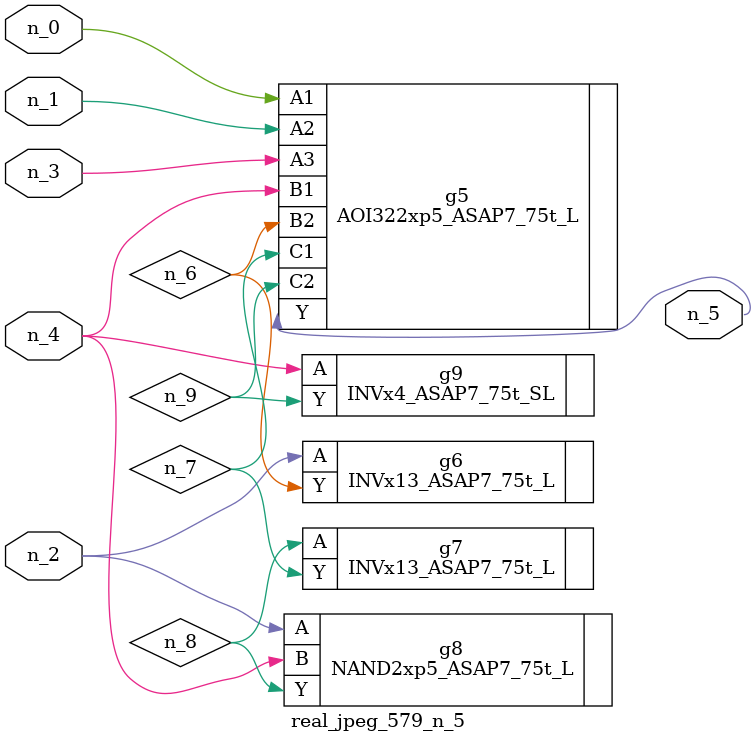
<source format=v>
module real_jpeg_579_n_5 (n_4, n_0, n_1, n_2, n_3, n_5);

input n_4;
input n_0;
input n_1;
input n_2;
input n_3;

output n_5;

wire n_8;
wire n_6;
wire n_7;
wire n_9;

AOI322xp5_ASAP7_75t_L g5 ( 
.A1(n_0),
.A2(n_1),
.A3(n_3),
.B1(n_4),
.B2(n_6),
.C1(n_7),
.C2(n_9),
.Y(n_5)
);

INVx13_ASAP7_75t_L g6 ( 
.A(n_2),
.Y(n_6)
);

NAND2xp5_ASAP7_75t_L g8 ( 
.A(n_2),
.B(n_4),
.Y(n_8)
);

INVx4_ASAP7_75t_SL g9 ( 
.A(n_4),
.Y(n_9)
);

INVx13_ASAP7_75t_L g7 ( 
.A(n_8),
.Y(n_7)
);


endmodule
</source>
